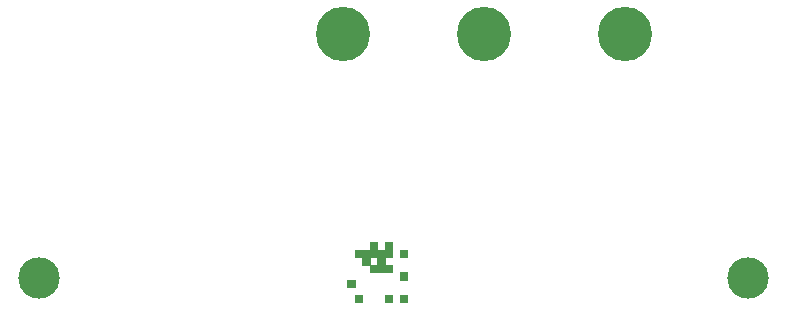
<source format=gbr>
%TF.GenerationSoftware,KiCad,Pcbnew,(5.1.9)-1*%
%TF.CreationDate,2021-11-23T16:03:36+00:00*%
%TF.ProjectId,RGBtoHDMI Amiga Denise CPLD FFC - CDTV Video Slot - Face Plate,52474274-6f48-4444-9d49-20416d696761,1*%
%TF.SameCoordinates,Original*%
%TF.FileFunction,Soldermask,Top*%
%TF.FilePolarity,Negative*%
%FSLAX46Y46*%
G04 Gerber Fmt 4.6, Leading zero omitted, Abs format (unit mm)*
G04 Created by KiCad (PCBNEW (5.1.9)-1) date 2021-11-23 16:03:36*
%MOMM*%
%LPD*%
G01*
G04 APERTURE LIST*
%ADD10C,0.100000*%
%ADD11C,4.600000*%
%ADD12C,3.500000*%
G04 APERTURE END LIST*
D10*
%TO.C,solarmon*%
G36*
X120650000Y-95300800D02*
G01*
X120015000Y-95300800D01*
X120015000Y-94665800D01*
X120650000Y-94665800D01*
X120650000Y-95300800D01*
G37*
X120650000Y-95300800D02*
X120015000Y-95300800D01*
X120015000Y-94665800D01*
X120650000Y-94665800D01*
X120650000Y-95300800D01*
G36*
X119380000Y-97205800D02*
G01*
X118745000Y-97205800D01*
X118745000Y-96570800D01*
X119380000Y-96570800D01*
X119380000Y-97205800D01*
G37*
X119380000Y-97205800D02*
X118745000Y-97205800D01*
X118745000Y-96570800D01*
X119380000Y-96570800D01*
X119380000Y-97205800D01*
G36*
X116840000Y-97205800D02*
G01*
X116205000Y-97205800D01*
X116205000Y-96570800D01*
X116840000Y-96570800D01*
X116840000Y-97205800D01*
G37*
X116840000Y-97205800D02*
X116205000Y-97205800D01*
X116205000Y-96570800D01*
X116840000Y-96570800D01*
X116840000Y-97205800D01*
G36*
X116205000Y-95935800D02*
G01*
X115570000Y-95935800D01*
X115570000Y-95300800D01*
X116205000Y-95300800D01*
X116205000Y-95935800D01*
G37*
X116205000Y-95935800D02*
X115570000Y-95935800D01*
X115570000Y-95300800D01*
X116205000Y-95300800D01*
X116205000Y-95935800D01*
G36*
X116840000Y-93395800D02*
G01*
X116205000Y-93395800D01*
X116205000Y-92760800D01*
X116840000Y-92760800D01*
X116840000Y-93395800D01*
G37*
X116840000Y-93395800D02*
X116205000Y-93395800D01*
X116205000Y-92760800D01*
X116840000Y-92760800D01*
X116840000Y-93395800D01*
G36*
X117475000Y-93395800D02*
G01*
X116840000Y-93395800D01*
X116840000Y-92760800D01*
X117475000Y-92760800D01*
X117475000Y-93395800D01*
G37*
X117475000Y-93395800D02*
X116840000Y-93395800D01*
X116840000Y-92760800D01*
X117475000Y-92760800D01*
X117475000Y-93395800D01*
G36*
X118110000Y-92760800D02*
G01*
X117475000Y-92760800D01*
X117475000Y-92125800D01*
X118110000Y-92125800D01*
X118110000Y-92760800D01*
G37*
X118110000Y-92760800D02*
X117475000Y-92760800D01*
X117475000Y-92125800D01*
X118110000Y-92125800D01*
X118110000Y-92760800D01*
G36*
X118110000Y-93395800D02*
G01*
X117475000Y-93395800D01*
X117475000Y-92760800D01*
X118110000Y-92760800D01*
X118110000Y-93395800D01*
G37*
X118110000Y-93395800D02*
X117475000Y-93395800D01*
X117475000Y-92760800D01*
X118110000Y-92760800D01*
X118110000Y-93395800D01*
G36*
X118745000Y-93395800D02*
G01*
X118110000Y-93395800D01*
X118110000Y-92760800D01*
X118745000Y-92760800D01*
X118745000Y-93395800D01*
G37*
X118745000Y-93395800D02*
X118110000Y-93395800D01*
X118110000Y-92760800D01*
X118745000Y-92760800D01*
X118745000Y-93395800D01*
G36*
X119380000Y-93395800D02*
G01*
X118745000Y-93395800D01*
X118745000Y-92760800D01*
X119380000Y-92760800D01*
X119380000Y-93395800D01*
G37*
X119380000Y-93395800D02*
X118745000Y-93395800D01*
X118745000Y-92760800D01*
X119380000Y-92760800D01*
X119380000Y-93395800D01*
G36*
X119380000Y-92760800D02*
G01*
X118745000Y-92760800D01*
X118745000Y-92125800D01*
X119380000Y-92125800D01*
X119380000Y-92760800D01*
G37*
X119380000Y-92760800D02*
X118745000Y-92760800D01*
X118745000Y-92125800D01*
X119380000Y-92125800D01*
X119380000Y-92760800D01*
G36*
X120650000Y-97205800D02*
G01*
X120015000Y-97205800D01*
X120015000Y-96570800D01*
X120650000Y-96570800D01*
X120650000Y-97205800D01*
G37*
X120650000Y-97205800D02*
X120015000Y-97205800D01*
X120015000Y-96570800D01*
X120650000Y-96570800D01*
X120650000Y-97205800D01*
G36*
X120650000Y-93395800D02*
G01*
X120015000Y-93395800D01*
X120015000Y-92760800D01*
X120650000Y-92760800D01*
X120650000Y-93395800D01*
G37*
X120650000Y-93395800D02*
X120015000Y-93395800D01*
X120015000Y-92760800D01*
X120650000Y-92760800D01*
X120650000Y-93395800D01*
G36*
X117475000Y-94030800D02*
G01*
X116840000Y-94030800D01*
X116840000Y-93395800D01*
X117475000Y-93395800D01*
X117475000Y-94030800D01*
G37*
X117475000Y-94030800D02*
X116840000Y-94030800D01*
X116840000Y-93395800D01*
X117475000Y-93395800D01*
X117475000Y-94030800D01*
G36*
X118110000Y-94665800D02*
G01*
X117475000Y-94665800D01*
X117475000Y-94030800D01*
X118110000Y-94030800D01*
X118110000Y-94665800D01*
G37*
X118110000Y-94665800D02*
X117475000Y-94665800D01*
X117475000Y-94030800D01*
X118110000Y-94030800D01*
X118110000Y-94665800D01*
G36*
X119380000Y-94665800D02*
G01*
X118745000Y-94665800D01*
X118745000Y-94030800D01*
X119380000Y-94030800D01*
X119380000Y-94665800D01*
G37*
X119380000Y-94665800D02*
X118745000Y-94665800D01*
X118745000Y-94030800D01*
X119380000Y-94030800D01*
X119380000Y-94665800D01*
G36*
X118745000Y-94665800D02*
G01*
X118110000Y-94665800D01*
X118110000Y-94030800D01*
X118745000Y-94030800D01*
X118745000Y-94665800D01*
G37*
X118745000Y-94665800D02*
X118110000Y-94665800D01*
X118110000Y-94030800D01*
X118745000Y-94030800D01*
X118745000Y-94665800D01*
G36*
X118745000Y-94030800D02*
G01*
X118110000Y-94030800D01*
X118110000Y-93395800D01*
X118745000Y-93395800D01*
X118745000Y-94030800D01*
G37*
X118745000Y-94030800D02*
X118110000Y-94030800D01*
X118110000Y-93395800D01*
X118745000Y-93395800D01*
X118745000Y-94030800D01*
%TD*%
D11*
%TO.C,UP*%
X139065000Y-74549000D03*
%TD*%
%TO.C,DOWN*%
X127127000Y-74549000D03*
%TD*%
%TO.C,SELECT*%
X115189000Y-74549000D03*
%TD*%
D12*
%TO.C,REF\u002A\u002A*%
X89509600Y-95135700D03*
%TD*%
%TO.C,REF\u002A\u002A*%
X149479000Y-95173800D03*
%TD*%
M02*

</source>
